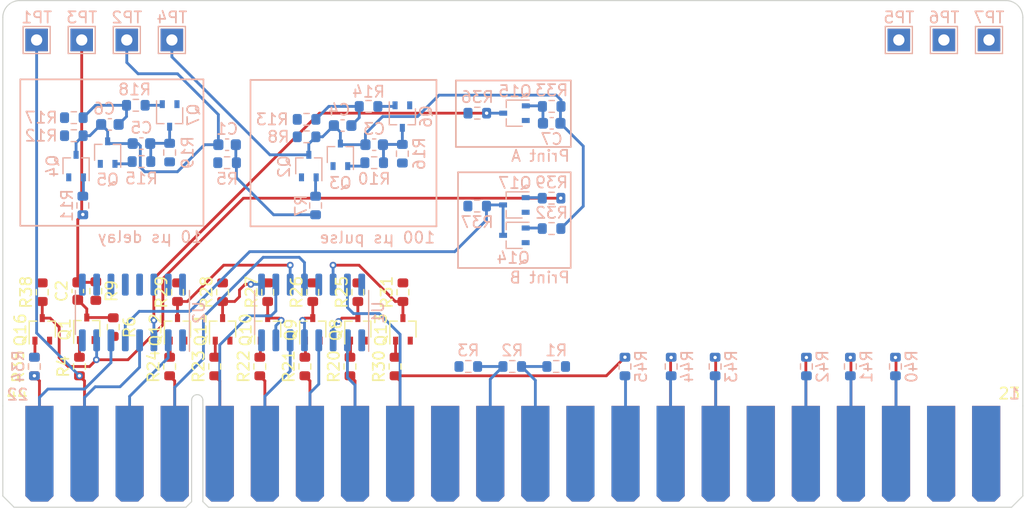
<source format=kicad_pcb>
(kicad_pcb (version 20211014) (generator pcbnew)
  (layers (0 "F.Cu" signal) (31 "B.Cu" signal) (34 "B.Paste" user) (35 "F.Paste" user) (36 "B.SilkS" user "B.Silkscreen") (37 "F.SilkS" user "F.Silkscreen") (38 "B.Mask" user) (39 "F.Mask" user) (44 "Edge.Cuts" user))
  (net 0 "")
  (net 1 "GND")
  (net 2 "+15V")
  (net 3 "Trigger")
  (net 4 "Hold 2")
  (net 5 "Hold 1")
  (net 7 "1e-2 Range")
  (net 8 "Range Hold")
  (net 9 "Zero Check")
  (net 11 "High Reference")
  (net 12 "Low Reference")
  (net 14 "Zero Check Print")
  (net 15 "Range 10 Print")
  (net 16 "Range 8 Print")
  (net 17 "Range 4 Print")
  (net 18 "Range 2 Print")
  (net 19 "Range 1 Print")
  (net 20 "Print CMD A")
  (net 21 "Print CMD B")
  (net 22 "Range Signal Print")
  (net 23 "-15V")
  (net 30 "Range 10")
  (net 31 "Range 8")
  (net 32 "Range 4")
  (net 33 "Range 2")
  (net 34 "Range 1")
  (net 36 "Buffer Storage")
  (net 37 "Range Signal")
  (net 38 "Net-(C1-Pad1)")
  (net 39 "Net-(C1-Pad2)")
  (net 40 "Net-(C2-Pad1)")
  (net 41 "Net-(C2-Pad2)")
  (net 42 "Net-(C3-Pad1)")
  (net 43 "Net-(C4-Pad2)")
  (net 44 "Net-(C5-Pad1)")
  (net 45 "Net-(C6-Pad2)")
  (net 46 "+3.6V")
  (net 47 "Net-(Q1-Pad1)")
  (net 48 "Net-(Q2-Pad1)")
  (net 49 "Net-(Q3-Pad1)")
  (net 50 "Net-(Q4-Pad1)")
  (net 51 "Net-(Q5-Pad1)")
  (net 52 "Net-(Q6-Pad1)")
  (net 53 "Net-(Q7-Pad1)")
  (net 54 "/Pulse Generator/Output")
  (net 55 "Net-(Q8-Pad1)")
  (net 56 "Net-(Q9-Pad1)")
  (net 57 "Net-(Q9-Pad3)")
  (net 58 "Net-(Q10-Pad1)")
  (net 59 "Net-(Q10-Pad3)")
  (net 60 "Net-(Q11-Pad1)")
  (net 61 "Net-(Q11-Pad3)")
  (net 62 "Net-(Q12-Pad1)")
  (net 63 "Net-(Q12-Pad3)")
  (net 64 "Net-(C7-Pad2)")
  (net 65 "Net-(Q13-Pad1)")
  (net 66 "Net-(Q14-Pad1)")
  (net 67 "Net-(Q14-Pad3)")
  (net 68 "Net-(Q15-Pad3)")
  (net 69 "Net-(Q16-Pad1)")
  (net 70 "Net-(Q16-Pad3)")
  (net 71 "Net-(Q17-Pad1)")
  (net 75 "Trigger Out")
  (net 76 "Hold 2 Out")
  (net 77 "Hold 1 Out")
  (net 78 "Range 1e-2 Out")
  (net 79 "Range Hold Out")
  (net 80 "Zero Check Out")
  (net 81 "Net-(Q8-Pad3)")
  (net 82 "Net-(Q13-Pad3)")
  (footprint "Resistor_SMD:R_0603_1608Metric" (layer "F.Cu") (at 112.25 129.8 90)
    (fp_text reference "R9")
    (fp_text value "1k")
  )
  (footprint "Resistor_SMD:R_0603_1608Metric" (layer "F.Cu") (at 118.8 136.5 90)
    (fp_text reference "R24")
    (fp_text value "120k")
  )
  (footprint "Resistor_SMD:R_0603_1608Metric" (layer "F.Cu") (at 122.8 136.5 90)
    (fp_text reference "R23")
    (fp_text value "120k")
  )
  (footprint "Package_TO_SOT_SMD:SOT-323_SC-70" (layer "F.Cu") (at 127.5 133.2 90)
    (fp_text reference "Q10")
    (fp_text value "BC848W")
  )
  (footprint "Resistor_SMD:R_0603_1608Metric" (layer "F.Cu") (at 113.8 133 -90)
    (fp_text reference "R6")
    (fp_text value "450")
  )
  (footprint "Resistor_SMD:R_0603_1608Metric" (layer "F.Cu") (at 119.5 129.9 90)
    (fp_text reference "R29")
    (fp_text value "180k")
  )
  (footprint "Package_TO_SOT_SMD:SOT-323_SC-70" (layer "F.Cu") (at 107.5 133.2 90)
    (fp_text reference "Q16")
    (fp_text value "BC848W")
  )
  (footprint "Resistor_SMD:R_0603_1608Metric" (layer "F.Cu") (at 123.5 129.9 90)
    (fp_text reference "R28")
    (fp_text value "180k")
  )
  (footprint "Resistor_SMD:R_0603_1608Metric" (layer "F.Cu") (at 110.8 136.5 90)
    (fp_text reference "R4")
    (fp_text value "450")
  )
  (footprint "Resistor_SMD:R_0603_1608Metric" (layer "F.Cu") (at 126.8 136.5 90)
    (fp_text reference "R22")
    (fp_text value "120k")
  )
  (footprint "Resistor_SMD:R_0603_1608Metric" (layer "F.Cu") (at 131.5 129.9 90)
    (fp_text reference "R26")
    (fp_text value "180k")
  )
  (footprint "Resistor_SMD:R_0603_1608Metric" (layer "F.Cu") (at 139.5 129.9 90)
    (fp_text reference "R31")
    (fp_text value "180k")
  )
  (footprint "Package_TO_SOT_SMD:SOT-323_SC-70" (layer "F.Cu") (at 135.5 133.2 90)
    (fp_text reference "Q8")
    (fp_text value "BC848W")
  )
  (footprint "Resistor_SMD:R_0603_1608Metric" (layer "F.Cu") (at 130.8 136.5 90)
    (fp_text reference "R21")
    (fp_text value "120k")
  )
  (footprint "Package_TO_SOT_SMD:SOT-323_SC-70" (layer "F.Cu") (at 111.45 133.15 90)
    (fp_text reference "Q1")
    (fp_text value "BC848W")
  )
  (footprint "Resistor_SMD:R_0603_1608Metric" (layer "F.Cu") (at 127.5 129.9 90)
    (fp_text reference "R27")
    (fp_text value "180k")
  )
  (footprint "Resistor_SMD:R_0603_1608Metric" (layer "F.Cu") (at 106.8 136.5 90)
    (fp_text reference "R35")
    (fp_text value "120k")
  )
  (footprint "Resistor_SMD:R_0603_1608Metric" (layer "F.Cu") (at 135.5 129.9 90)
    (fp_text reference "R25")
    (fp_text value "180k")
  )
  (footprint "Package_TO_SOT_SMD:SOT-323_SC-70" (layer "F.Cu") (at 123.5 133.2 90)
    (fp_text reference "Q11")
    (fp_text value "BC848W")
  )
  (footprint "Package_TO_SOT_SMD:SOT-323_SC-70" (layer "F.Cu") (at 131.5 133.2 90)
    (fp_text reference "Q9")
    (fp_text value "BC848W")
  )
  (footprint "Resistor_SMD:R_0603_1608Metric" (layer "F.Cu") (at 138.8 136.5 90)
    (fp_text reference "R30")
    (fp_text value "120k")
  )
  (footprint "Capacitor_SMD:C_0603_1608Metric" (layer "F.Cu") (at 110.65 129.8 90)
    (fp_text reference "C2")
    (fp_text value "1 nF")
  )
  (footprint "Package_TO_SOT_SMD:SOT-323_SC-70" (layer "F.Cu") (at 119.5 133.2 90)
    (fp_text reference "Q12")
    (fp_text value "BC848W")
  )
  (footprint "Resistor_SMD:R_0603_1608Metric" (layer "F.Cu") (at 134.8 136.5 90)
    (fp_text reference "R20")
    (fp_text value "120k")
  )
  (footprint "Resistor_SMD:R_0603_1608Metric" (layer "F.Cu") (at 107.5 129.9 90)
    (fp_text reference "R38")
    (fp_text value "180k")
  )
  (footprint "Package_TO_SOT_SMD:SOT-323_SC-70" (layer "F.Cu") (at 139.5 133.2 90)
    (fp_text reference "Q13")
    (fp_text value "BC848W")
  )
  (footprint "footprints:PC209_Edge_Connector" (layer "F.Cu") (at 104 140)
    (fp_text reference "J1" hide)
    (fp_text value "PC209_BoardEdge_44pin")
    (fp_line (start 1 9) (end 0 8) (layer "Edge.Cuts") (width 0.1))
    (fp_line (start 17.75 8.5) (end 18.25 9) (layer "Edge.Cuts") (width 0.1))
    (fp_line (start 90.5 0) (end 90.5 8) (layer "Edge.Cuts") (width 0.1))
    (fp_line (start 16.25 9) (end 1 9) (layer "Edge.Cuts") (width 0.1))
    (fp_line (start 16.75 8.5) (end 16.25 9) (layer "Edge.Cuts") (width 0.1))
    (fp_line (start 16.75 8.5) (end 16.75 -0.5) (layer "Edge.Cuts") (width 0.1))
    (fp_line (start 17.75 -0.5) (end 17.75 8.5) (layer "Edge.Cuts") (width 0.1))
    (fp_line (start 89.5 9) (end 18.25 9) (layer "Edge.Cuts") (width 0.1))
    (fp_line (start 90.5 8) (end 89.5 9) (layer "Edge.Cuts") (width 0.1))
    (fp_line (start 0 8) (end 0 0) (layer "Edge.Cuts") (width 0.1))
    (fp_arc (start 16.75 -0.5) (mid 17.25 -1) (end 17.75 -0.5) (layer "Edge.Cuts") (width 0.1))
  )
  (footprint "Resistor_SMD:R_0603_1608Metric" (layer "B.Cu") (at 130.95 114.55 180)
    (fp_text reference "R13")
    (fp_text value "3.3k")
  )
  (footprint "Capacitor_SMD:C_0603_1608Metric" (layer "B.Cu") (at 134.15 115.1)
    (fp_text reference "C4")
    (fp_text value "100 nF")
  )
  (footprint "Capacitor_SMD:C_0603_1608Metric" (layer "B.Cu") (at 123.9 116.8)
    (fp_text reference "C1")
    (fp_text value "1 nF")
  )
  (footprint "TestPoint:TestPoint_THTPad_2.0x2.0mm_Drill1.0mm" (layer "B.Cu") (at 107 107.5 180)
    (fp_text reference "TP1")
    (fp_text value "Sample")
  )
  (footprint "Resistor_SMD:R_0603_1608Metric" (layer "B.Cu") (at 149.2 136.5 180)
    (fp_text reference "R2")
    (fp_text value "6.04k")
  )
  (footprint "Resistor_SMD:R_0603_1608Metric" (layer "B.Cu") (at 110.3 116 180)
    (fp_text reference "R12")
    (fp_text value "640")
  )
  (footprint "Resistor_SMD:R_0603_1608Metric" (layer "B.Cu") (at 136.95 118.4)
    (fp_text reference "R10")
    (fp_text value "450")
  )
  (footprint "TestPoint:TestPoint_THTPad_2.0x2.0mm_Drill1.0mm" (layer "B.Cu") (at 111 107.5 180)
    (fp_text reference "TP3")
    (fp_text value "~Sample")
  )
  (footprint "Resistor_SMD:R_0603_1608Metric" (layer "B.Cu") (at 167.2 136.5 90)
    (fp_text reference "R43")
    (fp_text value "0")
  )
  (footprint "Package_SO:SOIC-16_3.9x9.9mm_P1.27mm" (layer "B.Cu") (at 115.5 131.7 90)
    (fp_text reference "U2")
    (fp_text value "4010")
  )
  (footprint "Resistor_SMD:R_0603_1608Metric" (layer "B.Cu") (at 123.9 118.4)
    (fp_text reference "R5")
    (fp_text value "1k")
  )
  (footprint "Package_TO_SOT_SMD:SOT-323_SC-70" (layer "B.Cu") (at 149.387498 124.849997 180)
    (fp_text reference "Q14")
    (fp_text value "BC848W")
  )
  (footprint "Package_TO_SOT_SMD:SOT-323_SC-70" (layer "B.Cu") (at 118.8 114.2 -90)
    (fp_text reference "Q7")
    (fp_text value "BC848W")
  )
  (footprint "Resistor_SMD:R_0603_1608Metric" (layer "B.Cu") (at 163.3 136.5 90)
    (fp_text reference "R44")
    (fp_text value "0")
  )
  (footprint "Resistor_SMD:R_0603_1608Metric" (layer "B.Cu") (at 153.1 136.5 180)
    (fp_text reference "R1")
    (fp_text value "6.98k")
  )
  (footprint "TestPoint:TestPoint_THTPad_2.0x2.0mm_Drill1.0mm" (layer "B.Cu") (at 115 107.5 180)
    (fp_text reference "TP2")
    (fp_text value "10 μs delay")
  )
  (footprint "TestPoint:TestPoint_THTPad_2.0x2.0mm_Drill1.0mm" (layer "B.Cu") (at 187.5 107.5 180)
    (fp_text reference "TP6")
    (fp_text value "3.6 V")
  )
  (footprint "Resistor_SMD:R_0603_1608Metric" (layer "B.Cu") (at 130.95 116.1 180)
    (fp_text reference "R8")
    (fp_text value "640")
  )
  (footprint "Package_TO_SOT_SMD:SOT-323_SC-70" (layer "B.Cu") (at 149.4 114 180)
    (fp_text reference "Q15")
    (fp_text value "BC848W")
  )
  (footprint "Package_TO_SOT_SMD:SOT-323_SC-70" (layer "B.Cu") (at 113.3 117.5 90)
    (fp_text reference "Q5")
    (fp_text value "BC848W")
  )
  (footprint "Capacitor_SMD:C_0603_1608Metric" (layer "B.Cu") (at 116.3 116.7 180)
    (fp_text reference "C5")
    (fp_text value "470 pF")
  )
  (footprint "Package_TO_SOT_SMD:SOT-323_SC-70" (layer "B.Cu") (at 133.95 117.7 90)
    (fp_text reference "Q3")
    (fp_text value "BC848W")
  )
  (footprint "Resistor_SMD:R_0603_1608Metric" (layer "B.Cu") (at 152.687499 121.549998 180)
    (fp_text reference "R39")
    (fp_text value "120k")
  )
  (footprint "Package_TO_SOT_SMD:SOT-323_SC-70" (layer "B.Cu") (at 131.15 118.7 90)
    (fp_text reference "Q2")
    (fp_text value "BC848W")
  )
  (footprint "TestPoint:TestPoint_THTPad_2.0x2.0mm_Drill1.0mm" (layer "B.Cu") (at 191.5 107.5 180)
    (fp_text reference "TP7")
    (fp_text value "GND")
  )
  (footprint "Resistor_SMD:R_0603_1608Metric" (layer "B.Cu") (at 136.45 113.4)
    (fp_text reference "R14")
    (fp_text value "450")
  )
  (footprint "Resistor_SMD:R_0603_1608Metric" (layer "B.Cu") (at 139.45 117.6 -90)
    (fp_text reference "R16")
    (fp_text value "640")
  )
  (footprint "Capacitor_SMD:C_0603_1608Metric" (layer "B.Cu") (at 152.699998 114.9 180)
    (fp_text reference "C7")
    (fp_text value "100 pF")
  )
  (footprint "Package_SO:SOIC-16_3.9x9.9mm_P1.27mm" (layer "B.Cu") (at 131.4 131.7 90)
    (fp_text reference "U1")
    (fp_text value "4010")
  )
  (footprint "Resistor_SMD:R_0603_1608Metric" (layer "B.Cu") (at 118.8 117.5 -90)
    (fp_text reference "R19")
    (fp_text value "640")
  )
  (footprint "Resistor_SMD:R_0603_1608Metric" (layer "B.Cu") (at 106.8 136.5 -90)
    (fp_text reference "R34")
    (fp_text value "1k")
  )
  (footprint "Resistor_SMD:R_0603_1608Metric" (layer "B.Cu") (at 110.3 114.4 180)
    (fp_text reference "R17")
    (fp_text value "303k")
  )
  (footprint "TestPoint:TestPoint_THTPad_2.0x2.0mm_Drill1.0mm" (layer "B.Cu") (at 183.5 107.5 180)
    (fp_text reference "TP5")
    (fp_text value "15 V")
  )
  (footprint "Resistor_SMD:R_0603_1608Metric" (layer "B.Cu") (at 159.2 136.5 90)
    (fp_text reference "R45")
    (fp_text value "0")
  )
  (footprint "Resistor_SMD:R_0603_1608Metric" (layer "B.Cu") (at 131.75 122.2 90)
    (fp_text reference "R7")
    (fp_text value "450")
  )
  (footprint "Resistor_SMD:R_0603_1608Metric" (layer "B.Cu") (at 146.087498 122.249999)
    (fp_text reference "R37")
    (fp_text value "180k")
  )
  (footprint "Resistor_SMD:R_0603_1608Metric" (layer "B.Cu") (at 146.099998 114 180)
    (fp_text reference "R36")
    (fp_text value "180k")
  )
  (footprint "Resistor_SMD:R_0603_1608Metric" (layer "B.Cu") (at 183.2 136.5 90)
    (fp_text reference "R40")
    (fp_text value "0")
  )
  (footprint "Resistor_SMD:R_0603_1608Metric" (layer "B.Cu") (at 152.6875 124.249998 180)
    (fp_text reference "R32")
    (fp_text value "120k")
  )
  (footprint "Resistor_SMD:R_0603_1608Metric" (layer "B.Cu") (at 179.2 136.5 90)
    (fp_text reference "R41")
    (fp_text value "0")
  )
  (footprint "Capacitor_SMD:C_0603_1608Metric" (layer "B.Cu") (at 113.5 115)
    (fp_text reference "C6")
    (fp_text value "3.3 nF")
  )
  (footprint "Resistor_SMD:R_0603_1608Metric" (layer "B.Cu") (at 145.3 136.5 180)
    (fp_text reference "R3")
    (fp_text value "2k")
  )
  (footprint "Package_TO_SOT_SMD:SOT-323_SC-70" (layer "B.Cu") (at 149.3875 122.149998 180)
    (fp_text reference "Q17")
    (fp_text value "BC848W")
  )
  (footprint "Package_TO_SOT_SMD:SOT-323_SC-70" (layer "B.Cu") (at 110.5 118.7 90)
    (fp_text reference "Q4")
    (fp_text value "BC848W")
  )
  (footprint "Capacitor_SMD:C_0603_1608Metric" (layer "B.Cu") (at 136.95 116.8 180)
    (fp_text reference "C3")
    (fp_text value "470 pF")
  )
  (footprint "Resistor_SMD:R_0603_1608Metric" (layer "B.Cu") (at 115.8 113.3)
    (fp_text reference "R18")
    (fp_text value "450")
  )
  (footprint "Resistor_SMD:R_0603_1608Metric" (layer "B.Cu") (at 116.3 118.3)
    (fp_text reference "R15")
    (fp_text value "450")
  )
  (footprint "Package_TO_SOT_SMD:SOT-323_SC-70" (layer "B.Cu") (at 139.45 114.3 -90)
    (fp_text reference "Q6")
    (fp_text value "BC848W")
  )
  (footprint "TestPoint:TestPoint_THTPad_2.0x2.0mm_Drill1.0mm" (layer "B.Cu") (at 119 107.5 180)
    (fp_text reference "TP4")
    (fp_text value "100 μs pulse")
  )
  (footprint "Resistor_SMD:R_0603_1608Metric" (layer "B.Cu") (at 175.3 136.5 90)
    (fp_text reference "R42")
    (fp_text value "0")
  )
  (footprint "Resistor_SMD:R_0603_1608Metric" (layer "B.Cu") (at 111.1 122.2 90)
    (fp_text reference "R11")
    (fp_text value "450")
  )
  (footprint "Resistor_SMD:R_0603_1608Metric" (layer "B.Cu") (at 152.699998 113.4 180)
    (fp_text reference "R33")
    (fp_text value "120k")
  )
  (gr_line (start 121.8 111) (end 105.55 111) (layer "B.SilkS") (width 0.15))
  (gr_line (start 142.475 124.05) (end 142.475 111.05) (layer "B.SilkS") (width 0.15))
  (gr_line (start 154.3875 119.249998) (end 144.3875 119.249998) (layer "B.SilkS") (width 0.15))
  (gr_line (start 125.975 124.05) (end 142.475 124.05) (layer "B.SilkS") (width 0.15))
  (gr_line (start 144.3875 119.249998) (end 144.3875 127.749998) (layer "B.SilkS") (width 0.15))
  (gr_line (start 154.4 111.1) (end 144.2 111.1) (layer "B.SilkS") (width 0.15))
  (gr_line (start 105.55 111) (end 105.55 124) (layer "B.SilkS") (width 0.15))
  (gr_line (start 144.2 111.1) (end 144.2 117) (layer "B.SilkS") (width 0.15))
  (gr_line (start 144.2 117) (end 154.4 117) (layer "B.SilkS") (width 0.15))
  (gr_line (start 154.4 117) (end 154.4 111.1) (layer "B.SilkS") (width 0.15))
  (gr_line (start 121.8 124) (end 121.8 111) (layer "B.SilkS") (width 0.15))
  (gr_line (start 142.475 111.05) (end 125.975 111.05) (layer "B.SilkS") (width 0.15))
  (gr_line (start 125.975 111.05) (end 125.975 124.05) (layer "B.SilkS") (width 0.15))
  (gr_line (start 144.3875 127.749998) (end 154.3875 127.749998) (layer "B.SilkS") (width 0.15))
  (gr_line (start 154.3875 127.749998) (end 154.3875 119.249998) (layer "B.SilkS") (width 0.15))
  (gr_line (start 105.55 124) (end 121.8 124) (layer "B.SilkS") (width 0.15))
  (gr_line (start 194.5 105.5) (end 194.5 140) (layer "Edge.Cuts") (width 0.1))
  (gr_line (start 104 140) (end 104 105.5) (layer "Edge.Cuts") (width 0.1))
  (gr_arc (start 104 105.5) (mid 104.43934 104.43934) (end 105.5 104) (layer "Edge.Cuts") (width 0.1))
  (gr_line (start 105.5 104) (end 193 104) (layer "Edge.Cuts") (width 0.1))
  (gr_arc (start 193 104) (mid 194.06066 104.43934) (end 194.5 105.5) (layer "Edge.Cuts") (width 0.1))
  (gr_text "10 μs delay" (at 117.05 125) (layer "B.SilkS") (effects (font (size 1 1)) (justify mirror)))
  (gr_text "Print A" (at 154.399998 117.8) (layer "B.SilkS") (effects (font (size 1 1)) (justify left mirror)))
  (gr_text "100 μs pulse" (at 137.225 125.05) (layer "B.SilkS") (effects (font (size 1 1)) (justify mirror)))
  (gr_text "Print B" (at 154.399998 128.6) (layer "B.SilkS") (effects (font (size 1 1)) (justify left mirror)))
  (segment (start 183.25 144.25) (end 183.25 135.75) (width 0.25) (layer "F.Cu") (net 3))
  (segment (start 183.25 135.75) (end 183.2 135.7) (width 0.25) (layer "F.Cu") (net 3))
  (via (at 183.2 135.7) (size 0.6) (drill 0.3) (layers "F.Cu" "B.Cu") (net 3))
  (segment (start 179.25 135.75) (end 179.2 135.7) (width 0.25) (layer "F.Cu") (net 4))
  (segment (start 179.25 144.25) (end 179.25 135.75) (width 0.25) (layer "F.Cu") (net 4))
  (via (at 179.2 135.7) (size 0.6) (drill 0.3) (layers "F.Cu" "B.Cu") (net 4))
  (segment (start 175.3 135.7) (end 175.25 135.75) (width 0.25) (layer "F.Cu") (net 5))
  (segment (start 175.25 135.75) (end 175.25 144.25) (width 0.25) (layer "F.Cu") (net 5))
  (via (at 175.3 135.7) (size 0.6) (drill 0.3) (layers "F.Cu" "B.Cu") (net 5))
  (segment (start 167.2 135.7) (end 167.25 135.75) (width 0.25) (layer "F.Cu") (net 7))
  (segment (start 167.25 135.75) (end 167.25 144.25) (width 0.25) (layer "F.Cu") (net 7))
  (via (at 167.2 135.7) (size 0.6) (drill 0.3) (layers "F.Cu" "B.Cu") (net 7))
  (segment (start 163.25 144.25) (end 163.25 135.75) (width 0.25) (layer "F.Cu") (net 8))
  (segment (start 163.25 135.75) (end 163.3 135.7) (width 0.25) (layer "F.Cu") (net 8))
  (via (at 163.3 135.7) (size 0.6) (drill 0.3) (layers "F.Cu" "B.Cu") (net 8))
  (segment (start 159.2 135.675) (end 157.55 137.325) (width 0.25) (layer "F.Cu") (net 9))
  (segment (start 139.25 144.25) (end 139.25 137.775) (width 0.25) (layer "F.Cu") (net 9))
  (segment (start 157.55 137.325) (end 138.8 137.325) (width 0.25) (layer "F.Cu") (net 9))
  (segment (start 139.25 137.775) (end 138.8 137.325) (width 0.25) (layer "F.Cu") (net 9))
  (via (at 159.2 135.675) (size 0.6) (drill 0.3) (layers "F.Cu" "B.Cu") (net 9))
  (segment (start 151.25 137.725) (end 150.025 136.5) (width 0.25) (layer "B.Cu") (net 11))
  (segment (start 151.25 144.25) (end 151.25 137.725) (width 0.25) (layer "B.Cu") (net 11))
  (segment (start 152.275 136.5) (end 150.025 136.5) (width 0.25) (layer "B.Cu") (net 11))
  (segment (start 147.25 144.25) (end 147.25 137.625) (width 0.25) (layer "B.Cu") (net 12))
  (segment (start 148.375 136.5) (end 146.125 136.5) (width 0.25) (layer "B.Cu") (net 12))
  (segment (start 147.25 137.625) (end 148.375 136.5) (width 0.25) (layer "B.Cu") (net 12))
  (segment (start 134.575 131.258249) (end 135.116751 131.8) (width 0.25) (layer "B.Cu") (net 14))
  (segment (start 137.4 131.8) (end 139.25 133.65) (width 0.25) (layer "B.Cu") (net 14))
  (segment (start 134.575 129.225) (end 134.575 131.258249) (width 0.25) (layer "B.Cu") (net 14))
  (segment (start 139.25 133.65) (end 139.25 144.25) (width 0.25) (layer "B.Cu") (net 14))
  (segment (start 135.116751 131.8) (end 137.4 131.8) (width 0.25) (layer "B.Cu") (net 14))
  (segment (start 134.575 134.175) (end 134.575 137.475) (width 0.25) (layer "B.Cu") (net 15))
  (segment (start 134.575 137.475) (end 135.25 138.15) (width 0.25) (layer "B.Cu") (net 15))
  (segment (start 135.25 138.15) (end 135.25 144.25) (width 0.25) (layer "B.Cu") (net 15))
  (segment (start 132.035 138.065) (end 132.035 134.175) (width 0.25) (layer "B.Cu") (net 16))
  (segment (start 131.25 138.85) (end 132.035 138.065) (width 0.25) (layer "B.Cu") (net 16))
  (segment (start 131.25 144.25) (end 131.25 138.85) (width 0.25) (layer "B.Cu") (net 16))
  (segment (start 129.5 134.18) (end 129.495 134.175) (width 0.25) (layer "B.Cu") (net 17))
  (segment (start 129.5 136.9) (end 129.5 134.18) (width 0.25) (layer "B.Cu") (net 17))
  (segment (start 127.25 139.15) (end 129.5 136.9) (width 0.25) (layer "B.Cu") (net 17))
  (segment (start 127.25 144.25) (end 127.25 139.15) (width 0.25) (layer "B.Cu") (net 17))
  (segment (start 125.826751 132) (end 127.8 132) (width 0.25) (layer "B.Cu") (net 18))
  (segment (start 127.8 132) (end 128.225 131.575) (width 0.25) (layer "B.Cu") (net 18))
  (segment (start 123.25 144.25) (end 123.25 134.576751) (width 0.25) (layer "B.Cu") (net 18))
  (segment (start 123.25 134.576751) (end 125.826751 132) (width 0.25) (layer "B.Cu") (net 18))
  (segment (start 128.225 131.575) (end 128.225 129.225) (width 0.25) (layer "B.Cu") (net 18))
  (segment (start 127.1 126.8) (end 121.8 132.1) (width 0.25) (layer "B.Cu") (net 19))
  (segment (start 121.8 132.1) (end 121.8 135.8) (width 0.25) (layer "B.Cu") (net 19))
  (segment (start 130.765 127.265) (end 130.3 126.8) (width 0.25) (layer "B.Cu") (net 19))
  (segment (start 119.25 138.35) (end 119.25 144.25) (width 0.25) (layer "B.Cu") (net 19))
  (segment (start 130.3 126.8) (end 127.1 126.8) (width 0.25) (layer "B.Cu") (net 19))
  (segment (start 121.8 135.8) (end 119.25 138.35) (width 0.25) (layer "B.Cu") (net 19))
  (segment (start 130.765 129.225) (end 130.765 127.265) (width 0.25) (layer "B.Cu") (net 19))
  (segment (start 115.25 139.15) (end 118.675 135.725) (width 0.25) (layer "B.Cu") (net 20))
  (segment (start 118.675 135.725) (end 118.675 134.175) (width 0.25) (layer "B.Cu") (net 20))
  (segment (start 115.25 144.25) (end 115.25 139.15) (width 0.25) (layer "B.Cu") (net 20))
  (segment (start 116.135 136.565) (end 116.135 134.175) (width 0.25) (layer "B.Cu") (net 21))
  (segment (start 112.2 138.3) (end 114.4 138.3) (width 0.25) (layer "B.Cu") (net 21))
  (segment (start 111.25 144.25) (end 111.25 139.25) (width 0.25) (layer "B.Cu") (net 21))
  (segment (start 114.4 138.3) (end 116.135 136.565) (width 0.25) (layer "B.Cu") (net 21))
  (segment (start 111.25 139.25) (end 112.2 138.3) (width 0.25) (layer "B.Cu") (net 21))
  (segment (start 107.25 144.25) (end 107.25 139.25) (width 0.25) (layer "B.Cu") (net 22))
  (segment (start 108 138.5) (end 111.25 138.5) (width 0.25) (layer "B.Cu") (net 22))
  (segment (start 111.25 138.5) (end 113.595 136.155) (width 0.25) (layer "B.Cu") (net 22))
  (segment (start 113.595 136.155) (end 113.595 134.175) (width 0.25) (layer "B.Cu") (net 22))
  (segment (start 107.25 139.25) (end 108 138.5) (width 0.25) (layer "B.Cu") (net 22))
  (segment (start 135.25 137.775) (end 134.8 137.325) (width 0.25) (layer "F.Cu") (net 30))
  (segment (start 135.25 144.25) (end 135.25 137.775) (width 0.25) (layer "F.Cu") (net 30))
  (segment (start 131.25 137.775) (end 130.8 137.325) (width 0.25) (layer "F.Cu") (net 31))
  (segment (start 131.25 144.25) (end 131.25 137.775) (width 0.25) (layer "F.Cu") (net 31))
  (segment (start 127.25 137.775) (end 126.8 137.325) (width 0.25) (layer "F.Cu") (net 32))
  (segment (start 127.25 144.25) (end 127.25 137.775) (width 0.25) (layer "F.Cu") (net 32))
  (segment (start 123.25 137.775) (end 122.8 137.325) (width 0.25) (layer "F.Cu") (net 33))
  (segment (start 123.25 144.25) (end 123.25 137.775) (width 0.25) (layer "F.Cu") (net 33))
  (segment (start 119.25 137.775) (end 118.8 137.325) (width 0.25) (layer "F.Cu") (net 34))
  (segment (start 119.25 144.25) (end 119.25 137.775) (width 0.25) (layer "F.Cu") (net 34))
  (segment (start 110.8 137.325) (end 111.25 137.775) (width 0.25) (layer "F.Cu") (net 36))
  (segment (start 111.25 137.775) (end 111.25 144.25) (width 0.25) (layer "F.Cu") (net 36))
  (via (at 110.8 137.325) (size 0.6) (drill 0.3) (layers "F.Cu" "B.Cu") (net 36))
  (segment (start 110.8 137.325) (end 107 133.525) (width 0.25) (layer "B.Cu") (net 36))
  (segment (start 107 133.525) (end 107 107.5) (width 0.25) (layer "B.Cu") (net 36))
  (segment (start 107.25 137.775) (end 106.8 137.325) (width 0.25) (layer "F.Cu") (net 37))
  (segment (start 107.25 144.25) (end 107.25 137.775) (width 0.25) (layer "F.Cu") (net 37))
  (via (at 106.8 137.325) (size 0.6) (drill 0.3) (layers "F.Cu" "B.Cu") (net 37))
  (segment (start 115 109.5) (end 115 107.5) (width 0.25) (layer "B.Cu") (net 38))
  (segment (start 110.5 117.7) (end 110.5 116.625) (width 0.25) (layer "B.Cu") (net 38))
  (segment (start 113.5 116.7) (end 113.3 116.5) (width 0.25) (layer "B.Cu") (net 38))
  (segment (start 110.5 116.625) (end 111.125 116) (width 0.25) (layer "B.Cu") (net 38))
  (segment (start 113.3 115.575) (end 112.725 115) (width 0.25) (layer "B.Cu") (net 38))
  (segment (start 111.725 116) (end 112.725 115) (width 0.25) (layer "B.Cu") (net 38))
  (segment (start 121.9 116.8) (end 123.125 116.8) (width 0.25) (layer "B.Cu") (net 38))
  (segment (start 116.6 119.2) (end 119.5 119.2) (width 0.25) (layer "B.Cu") (net 38))
  (segment (start 116 116.7) (end 116.2 116.9) (width 0.25) (layer "B.Cu") (net 38))
  (segment (start 119.5 110.5) (end 116 110.5) (width 0.25) (layer "B.Cu") (net 38))
  (segment (start 111.125 116) (end 111.725 116) (width 0.25) (layer "B.Cu") (net 38))
  (segment (start 123.125 116.8) (end 123.125 114.125) (width 0.25) (layer "B.Cu") (net 38))
  (segment (start 113.3 116.5) (end 113.3 115.575) (width 0.25) (layer "B.Cu") (net 38))
  (segment (start 116.2 118.8) (end 116.6 119.2) (width 0.25) (layer "B.Cu") (net 38))
  (segment (start 115.525 116.7) (end 116 116.7) (width 0.25) (layer "B.Cu") (net 38))
  (segment (start 123.125 114.125) (end 119.5 110.5) (width 0.25) (layer "B.Cu") (net 38))
  (segment (start 116 110.5) (end 115 109.5) (width 0.25) (layer "B.Cu") (net 38))
  (segment (start 119.5 119.2) (end 121.9 116.8) (width 0.25) (layer "B.Cu") (net 38))
  (segment (start 116.2 116.9) (end 116.2 118.8) (width 0.25) (layer "B.Cu") (net 38))
  (segment (start 115.525 116.7) (end 113.5 116.7) (width 0.25) (layer "B.Cu") (net 38))
  (segment (start 128.025 123.025) (end 131.75 123.025) (width 0.25) (layer "B.Cu") (net 39))
  (segment (start 124.725 118.4) (end 124.725 119.725) (width 0.25) (layer "B.Cu") (net 39))
  (segment (start 124.725 119.725) (end 128.025 123.025) (width 0.25) (layer "B.Cu") (net 39))
  (segment (start 124.675 116.8) (end 124.675 118.35) (width 0.25) (layer "B.Cu") (net 39))
  (segment (start 124.675 118.35) (end 124.725 118.4) (width 0.25) (layer "B.Cu") (net 39))
  (segment (start 113.775 132.15) (end 113.8 132.175) (width 0.25) (layer "F.Cu") (net 40))
  (segment (start 111.45 132.15) (end 113.775 132.15) (width 0.25) (layer "F.Cu") (net 40))
  (segment (start 111.45 131.375) (end 110.65 130.575) (width 0.25) (layer "F.Cu") (net 40))
  (segment (start 111.45 132.15) (end 111.45 131.375) (width 0.25) (layer "F.Cu") (net 40))
  (segment (start 112.2 129.025) (end 112.25 128.975) (width 0.25) (layer "F.Cu") (net 41))
  (segment (start 110.65 129.025) (end 112.2 129.025) (width 0.25) (layer "F.Cu") (net 41))
  (segment (start 110.65 123.45) (end 110.65 129.025) (width 0.25) (layer "F.Cu") (net 41))
  (segment (start 111.1 123) (end 111 122.9) (width 0.25) (layer "F.Cu") (net 41))
  (segment (start 111.1 123) (end 110.65 123.45) (width 0.25) (layer "F.Cu") (net 41))
  (segment (start 111 122.9) (end 111 107.5) (width 0.25) (layer "F.Cu") (net 41))
  (via (at 111.1 123) (size 0.6) (drill 0.3) (layers "F.Cu" "B.Cu") (net 41))
  (segment (start 137.75 116.775) (end 137.725 116.8) (width 0.25) (layer "B.Cu") (net 42))
  (segment (start 139.45 116.775) (end 139.45 115.3) (width 0.25) (layer "B.Cu") (net 42))
  (segment (start 137.775 118.4) (end 137.775 116.85) (width 0.25) (layer "B.Cu") (net 42))
  (segment (start 139.45 116.775) (end 137.75 116.775) (width 0.25) (layer "B.Cu") (net 42))
  (segment (start 137.775 116.85) (end 137.725 116.8) (width 0.25) (layer "B.Cu") (net 42))
  (segment (start 135.625 113.4) (end 135.625 114.4) (width 0.25) (layer "B.Cu") (net 43))
  (segment (start 135.625 114.4) (end 134.925 115.1) (width 0.25) (layer "B.Cu") (net 43))
  (segment (start 131.775 114.55) (end 132.925 113.4) (width 0.25) (layer "B.Cu") (net 43))
  (segment (start 132.925 113.4) (end 135.625 113.4) (width 0.25) (layer "B.Cu") (net 43))
  (segment (start 117.1 116.675) (end 117.075 116.7) (width 0.25) (layer "B.Cu") (net 44))
  (segment (start 118.8 116.675) (end 117.1 116.675) (width 0.25) (layer "B.Cu") (net 44))
  (segment (start 118.8 115.2) (end 118.8 116.675) (width 0.25) (layer "B.Cu") (net 44))
  (segment (start 117.125 116.75) (end 117.075 116.7) (width 0.25) (layer "B.Cu") (net 44))
  (segment (start 117.125 118.3) (end 117.125 116.75) (width 0.25) (layer "B.Cu") (net 44))
  (segment (start 114.975 114.3) (end 114.275 115) (width 0.25) (layer "B.Cu") (net 45))
  (segment (start 114.975 113.3) (end 112.225 113.3) (width 0.25) (layer "B.Cu") (net 45))
  (segment (start 112.225 113.3) (end 111.125 114.4) (width 0.25) (layer "B.Cu") (net 45))
  (segment (start 114.975 113.3) (end 114.975 114.3) (width 0.25) (layer "B.Cu") (net 45))
  (segment (start 110.8 135.675) (end 110.8 134.15) (width 0.25) (layer "F.Cu") (net 47))
  (segment (start 131.75 119.75) (end 131.8 119.7) (width 0.25) (layer "B.Cu") (net 48))
  (segment (start 131.75 121.375) (end 131.75 119.75) (width 0.25) (layer "B.Cu") (net 48))
  (segment (start 134.6 118.7) (end 135.825 118.7) (width 0.25) (layer "B.Cu") (net 49))
  (segment (start 135.825 118.7) (end 136.125 118.4) (width 0.25) (layer "B.Cu") (net 49))
  (segment (start 111.15 119.7) (end 111.15 121.325) (width 0.25) (layer "B.Cu") (net 50))
  (segment (start 111.15 121.325) (end 111.1 121.375) (width 0.25) (layer "B.Cu") (net 50))
  (segment (start 115.275 118.5) (end 115.475 118.3) (width 0.25) (layer "B.Cu") (net 51))
  (segment (start 113.95 118.5) (end 115.275 118.5) (width 0.25) (layer "B.Cu") (net 51))
  (segment (start 138.7 113.4) (end 138.8 113.3) (width 0.25) (layer "B.Cu") (net 52))
  (segment (start 137.275 113.4) (end 138.7 113.4) (width 0.25) (layer "B.Cu") (net 52))
  (segment (start 116.625 113.3) (end 118.05 113.3) (width 0.25) (layer "B.Cu") (net 53))
  (segment (start 118.05 113.3) (end 118.15 113.2) (width 0.25) (layer "B.Cu") (net 53))
  (segment (start 133.95 115.675) (end 133.375 115.1) (width 0.25) (layer "B.Cu") (net 54))
  (segment (start 153.474998 114.9) (end 155.499998 116.925) (width 0.25) (layer "B.Cu") (net 54))
  (segment (start 134.05 116.8) (end 133.95 116.7) (width 0.25) (layer "B.Cu") (net 54))
  (segment (start 136.175 116.8) (end 134.05 116.8) (width 0.25) (layer "B.Cu") (net 54))
  (segment (start 131.15 117.7) (end 127.7 117.7) (width 0.25) (layer "B.Cu") (net 54))
  (segment (start 155.499998 116.925) (end 155.499998 122.2625) (width 0.25) (layer "B.Cu") (net 54))
  (segment (start 131.775 116.1) (end 132.375 116.1) (width 0.25) (layer "B.Cu") (net 54))
  (segment (start 153.524998 113.4) (end 153.524998 112.824998) (width 0.25) (layer "B.Cu") (net 54))
  (segment (start 127.7 117.7) (end 119 109) (width 0.25) (layer "B.Cu") (net 54))
  (segment (start 153.475 114.9) (end 153.474999 113.449999) (width 0.25) (layer "B.Cu") (net 54))
  (segment (start 136.175 115.825) (end 136.175 116.8) (width 0.25) (layer "B.Cu") (net 54))
  (segment (start 131.15 116.725) (end 131.775 116.1) (width 0.25) (layer "B.Cu") (net 54))
  (segment (start 155.499998 122.2625) (end 153.5125 124.249998) (width 0.25) (layer "B.Cu") (net 54))
  (segment (start 153.524998 112.824998) (end 153.1 112.4) (width 0.25) (layer "B.Cu") (net 54))
  (segment (start 153.474999 113.449999) (end 153.524998 113.4) (width 0.25) (layer "B.Cu") (net 54))
  (segment (start 142.7 112.4) (end 140.8 114.3) (width 0.25) (layer "B.Cu") (net 54))
  (segment (start 132.375 116.1) (end 133.375 115.1) (width 0.25) (layer "B.Cu") (net 54))
  (segment (start 153.1 112.4) (end 142.7 112.4) (width 0.25) (layer "B.Cu") (net 54))
  (segment (start 119 109) (end 119 107.5) (width 0.25) (layer "B.Cu") (net 54))
  (segment (start 133.95 116.7) (end 133.95 115.675) (width 0.25) (layer "B.Cu") (net 54))
  (segment (start 137.7 114.3) (end 136.175 115.825) (width 0.25) (layer "B.Cu") (net 54))
  (segment (start 140.8 114.3) (end 137.7 114.3) (width 0.25) (layer "B.Cu") (net 54))
  (segment (start 131.15 117.7) (end 131.15 116.725) (width 0.25) (layer "B.Cu") (net 54))
  (segment (start 134.85 135.625) (end 134.8 135.675) (width 0.25) (layer "F.Cu") (net 55))
  (segment (start 134.85 134.2) (end 134.85 135.625) (width 0.25) (layer "F.Cu") (net 55))
  (segment (start 130.85 135.625) (end 130.8 135.675) (width 0.25) (layer "F.Cu") (net 56))
  (segment (start 130.85 134.2) (end 130.85 135.625) (width 0.25) (layer "F.Cu") (net 56))
  (segment (start 130.8 132.2) (end 130.6 132.4) (width 0.25) (layer "F.Cu") (net 57))
  (segment (start 131.5 132.2) (end 130.8 132.2) (width 0.25) (layer "F.Cu") (net 57))
  (segment (start 131.5 132.2) (end 131.5 130.725) (width 0.25) (layer "F.Cu") (net 57))
  (via (at 130.6 132.4) (size 0.6) (drill 0.3) (layers "F.Cu" "B.Cu") (net 57))
  (segment (start 130.765 132.565) (end 130.6 132.4) (width 0.25) (layer "B.Cu") (net 57))
  (segment (start 130.765 134.175) (end 130.765 132.565) (width 0.25) (layer "B.Cu") (net 57))
  (segment (start 126.85 135.625) (end 126.8 135.675) (width 0.25) (layer "F.Cu") (net 58))
  (segment (start 126.85 134.2) (end 126.85 135.625) (width 0.25) (layer "F.Cu") (net 58))
  (segment (start 127.5 132.2) (end 128.5 132.2) (width 0.25) (layer "F.Cu") (net 59))
  (segment (start 128.5 132.2) (end 128.7 132.4) (width 0.25) (layer "F.Cu") (net 59))
  (segment (start 127.5 132.2) (end 127.5 130.725) (width 0.25) (layer "F.Cu") (net 59))
  (via (at 128.7 132.4) (size 0.6) (drill 0.3) (layers "F.Cu" "B.Cu") (net 59))
  (segment (start 128.225 134.175) (end 128.225 132.875) (width 0.25) (layer "B.Cu") (net 59))
  (segment (start 128.225 132.875) (end 128.7 132.4) (width 0.25) (layer "B.Cu") (net 59))
  (segment (start 122.85 135.625) (end 122.8 135.675) (width 0.25) (layer "F.Cu") (net 60))
  (segment (start 122.85 134.2) (end 122.85 135.625) (width 0.25) (layer "F.Cu") (net 60))
  (segment (start 125 129.7) (end 125 130.3) (width 0.25) (layer "F.Cu") (net 61))
  (segment (start 125 130.3) (end 124.575 130.725) (width 0.25) (layer "F.Cu") (net 61))
  (segment (start 125.5 129.2) (end 125 129.7) (width 0.25) (layer "F.Cu") (net 61))
  (segment (start 126 129.2) (end 125.5 129.2) (width 0.25) (layer "F.Cu") (net 61))
  (segment (start 124.575 130.725) (end 123.5 130.725) (width 0.25) (layer "F.Cu") (net 61))
  (segment (start 123.5 132.2) (end 123.5 130.725) (width 0.25) (layer "F.Cu") (net 61))
  (via (at 126 129.2) (size 0.6) (drill 0.3) (layers "F.Cu" "B.Cu") (net 61))
  (segment (start 126 129.2) (end 126.93 129.2) (width 0.25) (layer "B.Cu") (net 61))
  (segment (start 126.93 129.2) (end 126.955 129.225) (width 0.25) (layer "B.Cu") (net 61))
  (segment (start 118.85 135.625) (end 118.8 135.675) (width 0.25) (layer "F.Cu") (net 62))
  (segment (start 118.85 134.2) (end 118.85 135.625) (width 0.25) (layer "F.Cu") (net 62))
  (segment (start 129.5 127.5) (end 123.6 127.5) (width 0.25) (layer "F.Cu") (net 63))
  (segment (start 119.5 132.2) (end 119.5 130.725) (width 0.25) (layer "F.Cu") (net 63))
  (segment (start 120.375 130.725) (end 119.5 130.725) (width 0.25) (layer "F.Cu") (net 63))
  (segment (start 123.6 127.5) (end 120.375 130.725) (width 0.25) (layer "F.Cu") (net 63))
  (via (at 129.5 127.5) (size 0.6) (drill 0.3) (layers "F.Cu" "B.Cu") (net 63))
  (segment (start 129.495 127.505) (end 129.5 127.5) (width 0.25) (layer "B.Cu") (net 63))
  (segment (start 129.495 129.225) (end 129.495 127.505) (width 0.25) (layer "B.Cu") (net 63))
  (segment (start 151.824998 113.35) (end 151.874998 113.4) (width 0.25) (layer "B.Cu") (net 64))
  (segment (start 151.924998 113.449999) (end 151.874998 113.4) (width 0.25) (layer "B.Cu") (net 64))
  (segment (start 150.399998 113.35) (end 151.824998 113.35) (width 0.25) (layer "B.Cu") (net 64))
  (segment (start 151.924999 114.9) (end 151.924998 113.449999) (width 0.25) (layer "B.Cu") (net 64))
  (segment (start 138.85 135.625) (end 138.8 135.675) (width 0.25) (layer "F.Cu") (net 65))
  (segment (start 138.85 134.2) (end 138.85 135.625) (width 0.25) (layer "F.Cu") (net 65))
  (segment (start 151.8125 124.199998) (end 151.862499 124.249997) (width 0.25) (layer "B.Cu") (net 66))
  (segment (start 150.387498 124.2) (end 151.8125 124.199998) (width 0.25) (layer "B.Cu") (net 66))
  (segment (start 148.3875 122.149998) (end 147.012499 122.149998) (width 0.25) (layer "B.Cu") (net 67))
  (segment (start 120.6 131.6) (end 116.1 131.6) (width 0.25) (layer "B.Cu") (net 67))
  (segment (start 125.9 126.3) (end 120.6 131.6) (width 0.25) (layer "B.Cu") (net 67))
  (segment (start 146.912498 123.487502) (end 144.1 126.3) (width 0.25) (layer "B.Cu") (net 67))
  (segment (start 146.912498 122.249999) (end 146.912498 123.487502) (width 0.25) (layer "B.Cu") (net 67))
  (segment (start 148.387499 124.849998) (end 148.3875 122.149998) (width 0.25) (layer "B.Cu") (net 67))
  (segment (start 144.1 126.3) (end 125.9 126.3) (width 0.25) (layer "B.Cu") (net 67))
  (segment (start 116.1 131.6) (end 114.865 132.835) (width 0.25) (layer "B.Cu") (net 67))
  (segment (start 114.865 132.835) (end 114.865 134.175) (width 0.25) (layer "B.Cu") (net 67))
  (segment (start 147.012499 122.149998) (end 146.912501 122.249999) (width 0.25) (layer "B.Cu") (net 67))
  (segment (start 117.4 132.4) (end 117.4 128.7) (width 0.25) (layer "F.Cu") (net 68))
  (segment (start 117.4 128.7) (end 132.1 114) (width 0.25) (layer "F.Cu") (net 68))
  (segment (start 132.1 114) (end 146.924999 114) (width 0.25) (layer "F.Cu") (net 68))
  (via (at 117.4 132.4) (size 0.6) (drill 0.3) (layers "F.Cu" "B.Cu") (net 68))
  (via (at 146.924999 114) (size 0.6) (drill 0.3) (layers "F.Cu" "B.Cu") (net 68))
  (segment (start 148.4 114) (end 146.924999 114) (width 0.25) (layer "B.Cu") (net 68))
  (segment (start 117.405 134.175) (end 117.405 132.405) (width 0.25) (layer "B.Cu") (net 68))
  (segment (start 117.405 132.405) (end 117.4 132.4) (width 0.25) (layer "B.Cu") (net 68))
  (segment (start 106.85 134.2) (end 106.85 135.625) (width 0.25) (layer "F.Cu") (net 69))
  (segment (start 106.85 135.625) (end 106.8 135.675) (width 0.25) (layer "F.Cu") (net 69))
  (segment (start 125.35 121.55) (end 153.5 121.55) (width 0.25) (layer "F.Cu") (net 70))
  (segment (start 109 135.7) (end 109 133) (width 0.25) (layer "F.Cu") (net 70))
  (segment (start 107.5 132.2) (end 107.5 130.725) (width 0.25) (layer "F.Cu") (net 70))
  (segment (start 109 133) (end 108.2 132.2) (width 0.25) (layer "F.Cu") (net 70))
  (segment (start 118.2 128.7) (end 125.35 121.55) (width 0.25) (layer "F.Cu") (net 70))
  (segment (start 115.1 135.9) (end 118.2 132.8) (width 0.25) (layer "F.Cu") (net 70))
  (segment (start 112.3 135.9) (end 111.7 136.5) (width 0.25) (layer "F.Cu") (net 70))
  (segment (start 109.8 136.5) (end 109 135.7) (width 0.25) (layer "F.Cu") (net 70))
  (segment (start 112.3 135.9) (end 115.1 135.9) (width 0.25) (layer "F.Cu") (net 70))
  (segment (start 108.2 132.2) (end 107.5 132.2) (width 0.25) (layer "F.Cu") (net 70))
  (segment (start 118.2 132.8) (end 118.2 128.7) (width 0.25) (layer "F.Cu") (net 70))
  (segment (start 111.7 136.5) (end 109.8 136.5) (width 0.25) (layer "F.Cu") (net 70))
  (via (at 153.5 121.55) (size 0.6) (drill 0.3) (layers "F.Cu" "B.Cu") (net 70))
  (via (at 112.3 135.9) (size 0.6) (drill 0.3) (layers "F.Cu" "B.Cu") (net 70))
  (segment (start 112.325 134.175) (end 112.325 135.875) (width 0.25) (layer "B.Cu") (net 70))
  (segment (start 112.325 135.875) (end 112.3 135.9) (width 0.25) (layer "B.Cu") (net 70))
  (segment (start 150.387498 121.499999) (end 151.812498 121.499999) (width 0.25) (layer "B.Cu") (net 71))
  (segment (start 151.812498 121.499999) (end 151.862497 121.55) (width 0.25) (layer "B.Cu") (net 71))
  (segment (start 183.25 137.375) (end 183.2 137.325) (width 0.25) (layer "B.Cu") (net 75))
  (segment (start 183.25 144.25) (end 183.25 137.375) (width 0.25) (layer "B.Cu") (net 75))
  (segment (start 179.25 144.25) (end 179.25 137.375) (width 0.25) (layer "B.Cu") (net 76))
  (segment (start 179.25 137.375) (end 179.2 137.325) (width 0.25) (layer "B.Cu") (net 76))
  (segment (start 175.25 144.25) (end 175.25 137.375) (width 0.25) (layer "B.Cu") (net 77))
  (segment (start 175.25 137.375) (end 175.3 137.325) (width 0.25) (layer "B.Cu") (net 77))
  (segment (start 167.25 144.25) (end 167.25 137.375) (width 0.25) (layer "B.Cu") (net 78))
  (segment (start 167.25 137.375) (end 167.2 137.325) (width 0.25) (layer "B.Cu") (net 78))
  (segment (start 163.25 137.375) (end 163.3 137.325) (width 0.25) (layer "B.Cu") (net 79))
  (segment (start 163.25 144.25) (end 163.25 137.375) (width 0.25) (layer "B.Cu") (net 79))
  (segment (start 159.25 144.25) (end 159.25 137.375) (width 0.25) (layer "B.Cu") (net 80))
  (segment (start 159.25 137.375) (end 159.2 137.325) (width 0.25) (layer "B.Cu") (net 80))
  (segment (start 135.5 132.2) (end 135.5 130.725) (width 0.25) (layer "F.Cu") (net 81))
  (segment (start 134.1 132.2) (end 133.8 132.5) (width 0.25) (layer "F.Cu") (net 81))
  (segment (start 135.5 132.2) (end 134.1 132.2) (width 0.25) (layer "F.Cu") (net 81))
  (via (at 133.8 132.5) (size 0.6) (drill 0.3) (layers "F.Cu" "B.Cu") (net 81))
  (segment (start 133.305 134.175) (end 133.305 132.995) (width 0.25) (layer "B.Cu") (net 81))
  (segment (start 133.305 132.995) (end 133.8 132.5) (width 0.25) (layer "B.Cu") (net 81))
  (segment (start 133.3 127.5) (end 135.6 127.5) (width 0.25) (layer "F.Cu") (net 82))
  (segment (start 138.825 130.725) (end 139.5 130.725) (width 0.25) (layer "F.Cu") (net 82))
  (segment (start 135.6 127.5) (end 138.825 130.725) (width 0.25) (layer "F.Cu") (net 82))
  (segment (start 139.5 132.2) (end 139.5 130.725) (width 0.25) (layer "F.Cu") (net 82))
  (via (at 133.3 127.5) (size 0.6) (drill 0.3) (layers "F.Cu" "B.Cu") (net 82))
  (segment (start 133.305 127.505) (end 133.3 127.5) (width 0.25) (layer "B.Cu") (net 82))
  (segment (start 133.305 129.225) (end 133.305 127.505) (width 0.25) (layer "B.Cu") (net 82))
)
</source>
